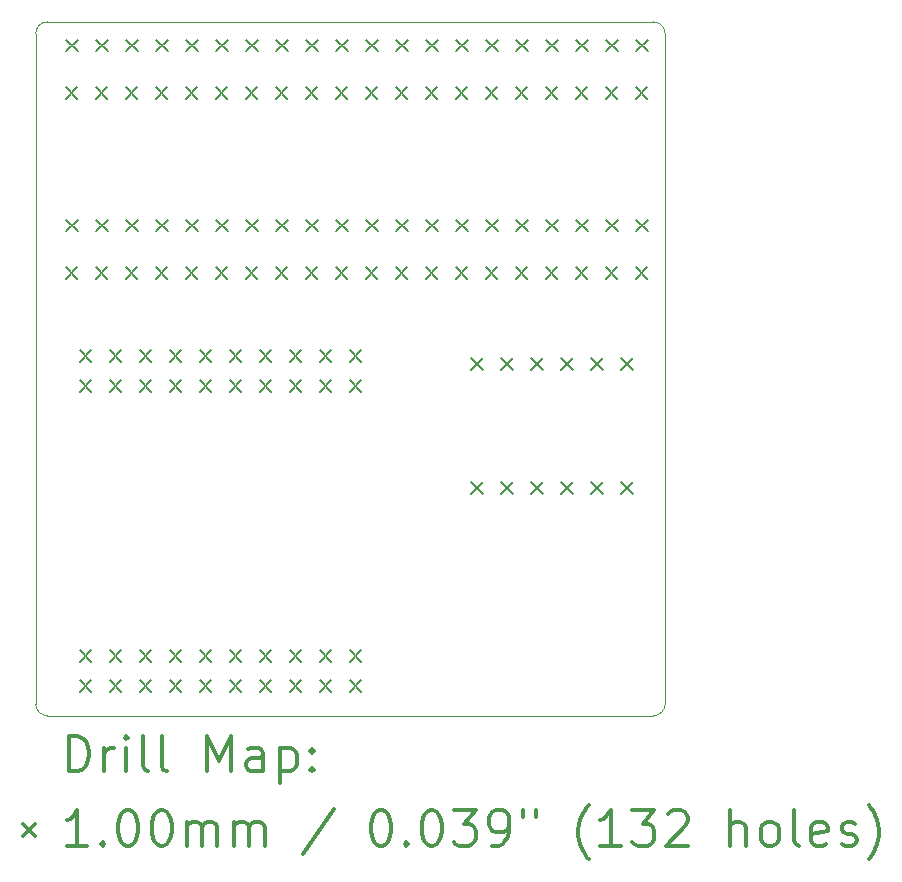
<source format=gbr>
%FSLAX45Y45*%
G04 Gerber Fmt 4.5, Leading zero omitted, Abs format (unit mm)*
G04 Created by KiCad (PCBNEW (5.1.6)-1) date 2021-12-03 11:19:23*
%MOMM*%
%LPD*%
G01*
G04 APERTURE LIST*
%TA.AperFunction,Profile*%
%ADD10C,0.100000*%
%TD*%
%ADD11C,0.200000*%
%ADD12C,0.300000*%
G04 APERTURE END LIST*
D10*
X7320000Y-15305000D02*
G75*
G02*
X7220000Y-15205000I0J100000D01*
G01*
X7220000Y-9530000D02*
X7220000Y-15205000D01*
X7320000Y-15305000D02*
X12450000Y-15305000D01*
X12550000Y-15205000D02*
G75*
G02*
X12450000Y-15305000I-100000J0D01*
G01*
X12550000Y-9530000D02*
X12550000Y-15205000D01*
X12450000Y-9430000D02*
G75*
G02*
X12550000Y-9530000I0J-100000D01*
G01*
X7320000Y-9430000D02*
X12450000Y-9430000D01*
X7220000Y-9530000D02*
G75*
G02*
X7320000Y-9430000I100000J0D01*
G01*
D11*
X7592000Y-12208000D02*
X7692000Y-12308000D01*
X7692000Y-12208000D02*
X7592000Y-12308000D01*
X7592000Y-12462000D02*
X7692000Y-12562000D01*
X7692000Y-12462000D02*
X7592000Y-12562000D01*
X7592000Y-14748000D02*
X7692000Y-14848000D01*
X7692000Y-14748000D02*
X7592000Y-14848000D01*
X7592000Y-15002000D02*
X7692000Y-15102000D01*
X7692000Y-15002000D02*
X7592000Y-15102000D01*
X7846000Y-12208000D02*
X7946000Y-12308000D01*
X7946000Y-12208000D02*
X7846000Y-12308000D01*
X7846000Y-12462000D02*
X7946000Y-12562000D01*
X7946000Y-12462000D02*
X7846000Y-12562000D01*
X7846000Y-14748000D02*
X7946000Y-14848000D01*
X7946000Y-14748000D02*
X7846000Y-14848000D01*
X7846000Y-15002000D02*
X7946000Y-15102000D01*
X7946000Y-15002000D02*
X7846000Y-15102000D01*
X8100000Y-12208000D02*
X8200000Y-12308000D01*
X8200000Y-12208000D02*
X8100000Y-12308000D01*
X8100000Y-12462000D02*
X8200000Y-12562000D01*
X8200000Y-12462000D02*
X8100000Y-12562000D01*
X8100000Y-14748000D02*
X8200000Y-14848000D01*
X8200000Y-14748000D02*
X8100000Y-14848000D01*
X8100000Y-15002000D02*
X8200000Y-15102000D01*
X8200000Y-15002000D02*
X8100000Y-15102000D01*
X8354000Y-12208000D02*
X8454000Y-12308000D01*
X8454000Y-12208000D02*
X8354000Y-12308000D01*
X8354000Y-12462000D02*
X8454000Y-12562000D01*
X8454000Y-12462000D02*
X8354000Y-12562000D01*
X8354000Y-14748000D02*
X8454000Y-14848000D01*
X8454000Y-14748000D02*
X8354000Y-14848000D01*
X8354000Y-15002000D02*
X8454000Y-15102000D01*
X8454000Y-15002000D02*
X8354000Y-15102000D01*
X8608000Y-12208000D02*
X8708000Y-12308000D01*
X8708000Y-12208000D02*
X8608000Y-12308000D01*
X8608000Y-12462000D02*
X8708000Y-12562000D01*
X8708000Y-12462000D02*
X8608000Y-12562000D01*
X8608000Y-14748000D02*
X8708000Y-14848000D01*
X8708000Y-14748000D02*
X8608000Y-14848000D01*
X8608000Y-15002000D02*
X8708000Y-15102000D01*
X8708000Y-15002000D02*
X8608000Y-15102000D01*
X8862000Y-12208000D02*
X8962000Y-12308000D01*
X8962000Y-12208000D02*
X8862000Y-12308000D01*
X8862000Y-12462000D02*
X8962000Y-12562000D01*
X8962000Y-12462000D02*
X8862000Y-12562000D01*
X8862000Y-14748000D02*
X8962000Y-14848000D01*
X8962000Y-14748000D02*
X8862000Y-14848000D01*
X8862000Y-15002000D02*
X8962000Y-15102000D01*
X8962000Y-15002000D02*
X8862000Y-15102000D01*
X9116000Y-12208000D02*
X9216000Y-12308000D01*
X9216000Y-12208000D02*
X9116000Y-12308000D01*
X9116000Y-12462000D02*
X9216000Y-12562000D01*
X9216000Y-12462000D02*
X9116000Y-12562000D01*
X9116000Y-14748000D02*
X9216000Y-14848000D01*
X9216000Y-14748000D02*
X9116000Y-14848000D01*
X9116000Y-15002000D02*
X9216000Y-15102000D01*
X9216000Y-15002000D02*
X9116000Y-15102000D01*
X9370000Y-12208000D02*
X9470000Y-12308000D01*
X9470000Y-12208000D02*
X9370000Y-12308000D01*
X9370000Y-12462000D02*
X9470000Y-12562000D01*
X9470000Y-12462000D02*
X9370000Y-12562000D01*
X9370000Y-14748000D02*
X9470000Y-14848000D01*
X9470000Y-14748000D02*
X9370000Y-14848000D01*
X9370000Y-15002000D02*
X9470000Y-15102000D01*
X9470000Y-15002000D02*
X9370000Y-15102000D01*
X9624000Y-12208000D02*
X9724000Y-12308000D01*
X9724000Y-12208000D02*
X9624000Y-12308000D01*
X9624000Y-12462000D02*
X9724000Y-12562000D01*
X9724000Y-12462000D02*
X9624000Y-12562000D01*
X9624000Y-14748000D02*
X9724000Y-14848000D01*
X9724000Y-14748000D02*
X9624000Y-14848000D01*
X9624000Y-15002000D02*
X9724000Y-15102000D01*
X9724000Y-15002000D02*
X9624000Y-15102000D01*
X9878000Y-12208000D02*
X9978000Y-12308000D01*
X9978000Y-12208000D02*
X9878000Y-12308000D01*
X9878000Y-12462000D02*
X9978000Y-12562000D01*
X9978000Y-12462000D02*
X9878000Y-12562000D01*
X9878000Y-14748000D02*
X9978000Y-14848000D01*
X9978000Y-14748000D02*
X9878000Y-14848000D01*
X9878000Y-15002000D02*
X9978000Y-15102000D01*
X9978000Y-15002000D02*
X9878000Y-15102000D01*
X7474000Y-11505000D02*
X7574000Y-11605000D01*
X7574000Y-11505000D02*
X7474000Y-11605000D01*
X7728000Y-11505000D02*
X7828000Y-11605000D01*
X7828000Y-11505000D02*
X7728000Y-11605000D01*
X7982000Y-11505000D02*
X8082000Y-11605000D01*
X8082000Y-11505000D02*
X7982000Y-11605000D01*
X8236000Y-11505000D02*
X8336000Y-11605000D01*
X8336000Y-11505000D02*
X8236000Y-11605000D01*
X8490000Y-11505000D02*
X8590000Y-11605000D01*
X8590000Y-11505000D02*
X8490000Y-11605000D01*
X8744000Y-11505000D02*
X8844000Y-11605000D01*
X8844000Y-11505000D02*
X8744000Y-11605000D01*
X8998000Y-11505000D02*
X9098000Y-11605000D01*
X9098000Y-11505000D02*
X8998000Y-11605000D01*
X9252000Y-11505000D02*
X9352000Y-11605000D01*
X9352000Y-11505000D02*
X9252000Y-11605000D01*
X9506000Y-11505000D02*
X9606000Y-11605000D01*
X9606000Y-11505000D02*
X9506000Y-11605000D01*
X9760000Y-11505000D02*
X9860000Y-11605000D01*
X9860000Y-11505000D02*
X9760000Y-11605000D01*
X10014000Y-11505000D02*
X10114000Y-11605000D01*
X10114000Y-11505000D02*
X10014000Y-11605000D01*
X10268000Y-11505000D02*
X10368000Y-11605000D01*
X10368000Y-11505000D02*
X10268000Y-11605000D01*
X10522000Y-11505000D02*
X10622000Y-11605000D01*
X10622000Y-11505000D02*
X10522000Y-11605000D01*
X10776000Y-11505000D02*
X10876000Y-11605000D01*
X10876000Y-11505000D02*
X10776000Y-11605000D01*
X11030000Y-11505000D02*
X11130000Y-11605000D01*
X11130000Y-11505000D02*
X11030000Y-11605000D01*
X11284000Y-11505000D02*
X11384000Y-11605000D01*
X11384000Y-11505000D02*
X11284000Y-11605000D01*
X11538000Y-11505000D02*
X11638000Y-11605000D01*
X11638000Y-11505000D02*
X11538000Y-11605000D01*
X11792000Y-11505000D02*
X11892000Y-11605000D01*
X11892000Y-11505000D02*
X11792000Y-11605000D01*
X12046000Y-11505000D02*
X12146000Y-11605000D01*
X12146000Y-11505000D02*
X12046000Y-11605000D01*
X12300000Y-11505000D02*
X12400000Y-11605000D01*
X12400000Y-11505000D02*
X12300000Y-11605000D01*
X7475000Y-9580000D02*
X7575000Y-9680000D01*
X7575000Y-9580000D02*
X7475000Y-9680000D01*
X7475000Y-11104000D02*
X7575000Y-11204000D01*
X7575000Y-11104000D02*
X7475000Y-11204000D01*
X7729000Y-9580000D02*
X7829000Y-9680000D01*
X7829000Y-9580000D02*
X7729000Y-9680000D01*
X7729000Y-11104000D02*
X7829000Y-11204000D01*
X7829000Y-11104000D02*
X7729000Y-11204000D01*
X7983000Y-9580000D02*
X8083000Y-9680000D01*
X8083000Y-9580000D02*
X7983000Y-9680000D01*
X7983000Y-11104000D02*
X8083000Y-11204000D01*
X8083000Y-11104000D02*
X7983000Y-11204000D01*
X8237000Y-9580000D02*
X8337000Y-9680000D01*
X8337000Y-9580000D02*
X8237000Y-9680000D01*
X8237000Y-11104000D02*
X8337000Y-11204000D01*
X8337000Y-11104000D02*
X8237000Y-11204000D01*
X8491000Y-9580000D02*
X8591000Y-9680000D01*
X8591000Y-9580000D02*
X8491000Y-9680000D01*
X8491000Y-11104000D02*
X8591000Y-11204000D01*
X8591000Y-11104000D02*
X8491000Y-11204000D01*
X8745000Y-9580000D02*
X8845000Y-9680000D01*
X8845000Y-9580000D02*
X8745000Y-9680000D01*
X8745000Y-11104000D02*
X8845000Y-11204000D01*
X8845000Y-11104000D02*
X8745000Y-11204000D01*
X8999000Y-9580000D02*
X9099000Y-9680000D01*
X9099000Y-9580000D02*
X8999000Y-9680000D01*
X8999000Y-11104000D02*
X9099000Y-11204000D01*
X9099000Y-11104000D02*
X8999000Y-11204000D01*
X9253000Y-9580000D02*
X9353000Y-9680000D01*
X9353000Y-9580000D02*
X9253000Y-9680000D01*
X9253000Y-11104000D02*
X9353000Y-11204000D01*
X9353000Y-11104000D02*
X9253000Y-11204000D01*
X9507000Y-9580000D02*
X9607000Y-9680000D01*
X9607000Y-9580000D02*
X9507000Y-9680000D01*
X9507000Y-11104000D02*
X9607000Y-11204000D01*
X9607000Y-11104000D02*
X9507000Y-11204000D01*
X9761000Y-9580000D02*
X9861000Y-9680000D01*
X9861000Y-9580000D02*
X9761000Y-9680000D01*
X9761000Y-11104000D02*
X9861000Y-11204000D01*
X9861000Y-11104000D02*
X9761000Y-11204000D01*
X10015000Y-9580000D02*
X10115000Y-9680000D01*
X10115000Y-9580000D02*
X10015000Y-9680000D01*
X10015000Y-11104000D02*
X10115000Y-11204000D01*
X10115000Y-11104000D02*
X10015000Y-11204000D01*
X10269000Y-9580000D02*
X10369000Y-9680000D01*
X10369000Y-9580000D02*
X10269000Y-9680000D01*
X10269000Y-11104000D02*
X10369000Y-11204000D01*
X10369000Y-11104000D02*
X10269000Y-11204000D01*
X10523000Y-9580000D02*
X10623000Y-9680000D01*
X10623000Y-9580000D02*
X10523000Y-9680000D01*
X10523000Y-11104000D02*
X10623000Y-11204000D01*
X10623000Y-11104000D02*
X10523000Y-11204000D01*
X10777000Y-9580000D02*
X10877000Y-9680000D01*
X10877000Y-9580000D02*
X10777000Y-9680000D01*
X10777000Y-11104000D02*
X10877000Y-11204000D01*
X10877000Y-11104000D02*
X10777000Y-11204000D01*
X11031000Y-9580000D02*
X11131000Y-9680000D01*
X11131000Y-9580000D02*
X11031000Y-9680000D01*
X11031000Y-11104000D02*
X11131000Y-11204000D01*
X11131000Y-11104000D02*
X11031000Y-11204000D01*
X11285000Y-9580000D02*
X11385000Y-9680000D01*
X11385000Y-9580000D02*
X11285000Y-9680000D01*
X11285000Y-11104000D02*
X11385000Y-11204000D01*
X11385000Y-11104000D02*
X11285000Y-11204000D01*
X11539000Y-9580000D02*
X11639000Y-9680000D01*
X11639000Y-9580000D02*
X11539000Y-9680000D01*
X11539000Y-11104000D02*
X11639000Y-11204000D01*
X11639000Y-11104000D02*
X11539000Y-11204000D01*
X11793000Y-9580000D02*
X11893000Y-9680000D01*
X11893000Y-9580000D02*
X11793000Y-9680000D01*
X11793000Y-11104000D02*
X11893000Y-11204000D01*
X11893000Y-11104000D02*
X11793000Y-11204000D01*
X12047000Y-9580000D02*
X12147000Y-9680000D01*
X12147000Y-9580000D02*
X12047000Y-9680000D01*
X12047000Y-11104000D02*
X12147000Y-11204000D01*
X12147000Y-11104000D02*
X12047000Y-11204000D01*
X12301000Y-9580000D02*
X12401000Y-9680000D01*
X12401000Y-9580000D02*
X12301000Y-9680000D01*
X12301000Y-11104000D02*
X12401000Y-11204000D01*
X12401000Y-11104000D02*
X12301000Y-11204000D01*
X10910000Y-12275000D02*
X11010000Y-12375000D01*
X11010000Y-12275000D02*
X10910000Y-12375000D01*
X10910000Y-13325000D02*
X11010000Y-13425000D01*
X11010000Y-13325000D02*
X10910000Y-13425000D01*
X11164000Y-12275000D02*
X11264000Y-12375000D01*
X11264000Y-12275000D02*
X11164000Y-12375000D01*
X11164000Y-13325000D02*
X11264000Y-13425000D01*
X11264000Y-13325000D02*
X11164000Y-13425000D01*
X11418000Y-12275000D02*
X11518000Y-12375000D01*
X11518000Y-12275000D02*
X11418000Y-12375000D01*
X11418000Y-13325000D02*
X11518000Y-13425000D01*
X11518000Y-13325000D02*
X11418000Y-13425000D01*
X11672000Y-12275000D02*
X11772000Y-12375000D01*
X11772000Y-12275000D02*
X11672000Y-12375000D01*
X11672000Y-13325000D02*
X11772000Y-13425000D01*
X11772000Y-13325000D02*
X11672000Y-13425000D01*
X11926000Y-12275000D02*
X12026000Y-12375000D01*
X12026000Y-12275000D02*
X11926000Y-12375000D01*
X11926000Y-13325000D02*
X12026000Y-13425000D01*
X12026000Y-13325000D02*
X11926000Y-13425000D01*
X12180000Y-12275000D02*
X12280000Y-12375000D01*
X12280000Y-12275000D02*
X12180000Y-12375000D01*
X12180000Y-13325000D02*
X12280000Y-13425000D01*
X12280000Y-13325000D02*
X12180000Y-13425000D01*
X7474000Y-9980000D02*
X7574000Y-10080000D01*
X7574000Y-9980000D02*
X7474000Y-10080000D01*
X7728000Y-9980000D02*
X7828000Y-10080000D01*
X7828000Y-9980000D02*
X7728000Y-10080000D01*
X7982000Y-9980000D02*
X8082000Y-10080000D01*
X8082000Y-9980000D02*
X7982000Y-10080000D01*
X8236000Y-9980000D02*
X8336000Y-10080000D01*
X8336000Y-9980000D02*
X8236000Y-10080000D01*
X8490000Y-9980000D02*
X8590000Y-10080000D01*
X8590000Y-9980000D02*
X8490000Y-10080000D01*
X8744000Y-9980000D02*
X8844000Y-10080000D01*
X8844000Y-9980000D02*
X8744000Y-10080000D01*
X8998000Y-9980000D02*
X9098000Y-10080000D01*
X9098000Y-9980000D02*
X8998000Y-10080000D01*
X9252000Y-9980000D02*
X9352000Y-10080000D01*
X9352000Y-9980000D02*
X9252000Y-10080000D01*
X9506000Y-9980000D02*
X9606000Y-10080000D01*
X9606000Y-9980000D02*
X9506000Y-10080000D01*
X9760000Y-9980000D02*
X9860000Y-10080000D01*
X9860000Y-9980000D02*
X9760000Y-10080000D01*
X10014000Y-9980000D02*
X10114000Y-10080000D01*
X10114000Y-9980000D02*
X10014000Y-10080000D01*
X10268000Y-9980000D02*
X10368000Y-10080000D01*
X10368000Y-9980000D02*
X10268000Y-10080000D01*
X10522000Y-9980000D02*
X10622000Y-10080000D01*
X10622000Y-9980000D02*
X10522000Y-10080000D01*
X10776000Y-9980000D02*
X10876000Y-10080000D01*
X10876000Y-9980000D02*
X10776000Y-10080000D01*
X11030000Y-9980000D02*
X11130000Y-10080000D01*
X11130000Y-9980000D02*
X11030000Y-10080000D01*
X11284000Y-9980000D02*
X11384000Y-10080000D01*
X11384000Y-9980000D02*
X11284000Y-10080000D01*
X11538000Y-9980000D02*
X11638000Y-10080000D01*
X11638000Y-9980000D02*
X11538000Y-10080000D01*
X11792000Y-9980000D02*
X11892000Y-10080000D01*
X11892000Y-9980000D02*
X11792000Y-10080000D01*
X12046000Y-9980000D02*
X12146000Y-10080000D01*
X12146000Y-9980000D02*
X12046000Y-10080000D01*
X12300000Y-9980000D02*
X12400000Y-10080000D01*
X12400000Y-9980000D02*
X12300000Y-10080000D01*
D12*
X7501428Y-15775714D02*
X7501428Y-15475714D01*
X7572857Y-15475714D01*
X7615714Y-15490000D01*
X7644286Y-15518571D01*
X7658571Y-15547143D01*
X7672857Y-15604286D01*
X7672857Y-15647143D01*
X7658571Y-15704286D01*
X7644286Y-15732857D01*
X7615714Y-15761429D01*
X7572857Y-15775714D01*
X7501428Y-15775714D01*
X7801428Y-15775714D02*
X7801428Y-15575714D01*
X7801428Y-15632857D02*
X7815714Y-15604286D01*
X7830000Y-15590000D01*
X7858571Y-15575714D01*
X7887143Y-15575714D01*
X7987143Y-15775714D02*
X7987143Y-15575714D01*
X7987143Y-15475714D02*
X7972857Y-15490000D01*
X7987143Y-15504286D01*
X8001428Y-15490000D01*
X7987143Y-15475714D01*
X7987143Y-15504286D01*
X8172857Y-15775714D02*
X8144286Y-15761429D01*
X8130000Y-15732857D01*
X8130000Y-15475714D01*
X8330000Y-15775714D02*
X8301428Y-15761429D01*
X8287143Y-15732857D01*
X8287143Y-15475714D01*
X8672857Y-15775714D02*
X8672857Y-15475714D01*
X8772857Y-15690000D01*
X8872857Y-15475714D01*
X8872857Y-15775714D01*
X9144286Y-15775714D02*
X9144286Y-15618571D01*
X9130000Y-15590000D01*
X9101428Y-15575714D01*
X9044286Y-15575714D01*
X9015714Y-15590000D01*
X9144286Y-15761429D02*
X9115714Y-15775714D01*
X9044286Y-15775714D01*
X9015714Y-15761429D01*
X9001428Y-15732857D01*
X9001428Y-15704286D01*
X9015714Y-15675714D01*
X9044286Y-15661429D01*
X9115714Y-15661429D01*
X9144286Y-15647143D01*
X9287143Y-15575714D02*
X9287143Y-15875714D01*
X9287143Y-15590000D02*
X9315714Y-15575714D01*
X9372857Y-15575714D01*
X9401428Y-15590000D01*
X9415714Y-15604286D01*
X9430000Y-15632857D01*
X9430000Y-15718571D01*
X9415714Y-15747143D01*
X9401428Y-15761429D01*
X9372857Y-15775714D01*
X9315714Y-15775714D01*
X9287143Y-15761429D01*
X9558571Y-15747143D02*
X9572857Y-15761429D01*
X9558571Y-15775714D01*
X9544286Y-15761429D01*
X9558571Y-15747143D01*
X9558571Y-15775714D01*
X9558571Y-15590000D02*
X9572857Y-15604286D01*
X9558571Y-15618571D01*
X9544286Y-15604286D01*
X9558571Y-15590000D01*
X9558571Y-15618571D01*
X7115000Y-16220000D02*
X7215000Y-16320000D01*
X7215000Y-16220000D02*
X7115000Y-16320000D01*
X7658571Y-16405714D02*
X7487143Y-16405714D01*
X7572857Y-16405714D02*
X7572857Y-16105714D01*
X7544286Y-16148571D01*
X7515714Y-16177143D01*
X7487143Y-16191429D01*
X7787143Y-16377143D02*
X7801428Y-16391429D01*
X7787143Y-16405714D01*
X7772857Y-16391429D01*
X7787143Y-16377143D01*
X7787143Y-16405714D01*
X7987143Y-16105714D02*
X8015714Y-16105714D01*
X8044286Y-16120000D01*
X8058571Y-16134286D01*
X8072857Y-16162857D01*
X8087143Y-16220000D01*
X8087143Y-16291429D01*
X8072857Y-16348571D01*
X8058571Y-16377143D01*
X8044286Y-16391429D01*
X8015714Y-16405714D01*
X7987143Y-16405714D01*
X7958571Y-16391429D01*
X7944286Y-16377143D01*
X7930000Y-16348571D01*
X7915714Y-16291429D01*
X7915714Y-16220000D01*
X7930000Y-16162857D01*
X7944286Y-16134286D01*
X7958571Y-16120000D01*
X7987143Y-16105714D01*
X8272857Y-16105714D02*
X8301428Y-16105714D01*
X8330000Y-16120000D01*
X8344286Y-16134286D01*
X8358571Y-16162857D01*
X8372857Y-16220000D01*
X8372857Y-16291429D01*
X8358571Y-16348571D01*
X8344286Y-16377143D01*
X8330000Y-16391429D01*
X8301428Y-16405714D01*
X8272857Y-16405714D01*
X8244286Y-16391429D01*
X8230000Y-16377143D01*
X8215714Y-16348571D01*
X8201428Y-16291429D01*
X8201428Y-16220000D01*
X8215714Y-16162857D01*
X8230000Y-16134286D01*
X8244286Y-16120000D01*
X8272857Y-16105714D01*
X8501428Y-16405714D02*
X8501428Y-16205714D01*
X8501428Y-16234286D02*
X8515714Y-16220000D01*
X8544286Y-16205714D01*
X8587143Y-16205714D01*
X8615714Y-16220000D01*
X8630000Y-16248571D01*
X8630000Y-16405714D01*
X8630000Y-16248571D02*
X8644286Y-16220000D01*
X8672857Y-16205714D01*
X8715714Y-16205714D01*
X8744286Y-16220000D01*
X8758571Y-16248571D01*
X8758571Y-16405714D01*
X8901428Y-16405714D02*
X8901428Y-16205714D01*
X8901428Y-16234286D02*
X8915714Y-16220000D01*
X8944286Y-16205714D01*
X8987143Y-16205714D01*
X9015714Y-16220000D01*
X9030000Y-16248571D01*
X9030000Y-16405714D01*
X9030000Y-16248571D02*
X9044286Y-16220000D01*
X9072857Y-16205714D01*
X9115714Y-16205714D01*
X9144286Y-16220000D01*
X9158571Y-16248571D01*
X9158571Y-16405714D01*
X9744286Y-16091429D02*
X9487143Y-16477143D01*
X10130000Y-16105714D02*
X10158571Y-16105714D01*
X10187143Y-16120000D01*
X10201428Y-16134286D01*
X10215714Y-16162857D01*
X10230000Y-16220000D01*
X10230000Y-16291429D01*
X10215714Y-16348571D01*
X10201428Y-16377143D01*
X10187143Y-16391429D01*
X10158571Y-16405714D01*
X10130000Y-16405714D01*
X10101428Y-16391429D01*
X10087143Y-16377143D01*
X10072857Y-16348571D01*
X10058571Y-16291429D01*
X10058571Y-16220000D01*
X10072857Y-16162857D01*
X10087143Y-16134286D01*
X10101428Y-16120000D01*
X10130000Y-16105714D01*
X10358571Y-16377143D02*
X10372857Y-16391429D01*
X10358571Y-16405714D01*
X10344286Y-16391429D01*
X10358571Y-16377143D01*
X10358571Y-16405714D01*
X10558571Y-16105714D02*
X10587143Y-16105714D01*
X10615714Y-16120000D01*
X10630000Y-16134286D01*
X10644286Y-16162857D01*
X10658571Y-16220000D01*
X10658571Y-16291429D01*
X10644286Y-16348571D01*
X10630000Y-16377143D01*
X10615714Y-16391429D01*
X10587143Y-16405714D01*
X10558571Y-16405714D01*
X10530000Y-16391429D01*
X10515714Y-16377143D01*
X10501428Y-16348571D01*
X10487143Y-16291429D01*
X10487143Y-16220000D01*
X10501428Y-16162857D01*
X10515714Y-16134286D01*
X10530000Y-16120000D01*
X10558571Y-16105714D01*
X10758571Y-16105714D02*
X10944286Y-16105714D01*
X10844286Y-16220000D01*
X10887143Y-16220000D01*
X10915714Y-16234286D01*
X10930000Y-16248571D01*
X10944286Y-16277143D01*
X10944286Y-16348571D01*
X10930000Y-16377143D01*
X10915714Y-16391429D01*
X10887143Y-16405714D01*
X10801428Y-16405714D01*
X10772857Y-16391429D01*
X10758571Y-16377143D01*
X11087143Y-16405714D02*
X11144286Y-16405714D01*
X11172857Y-16391429D01*
X11187143Y-16377143D01*
X11215714Y-16334286D01*
X11230000Y-16277143D01*
X11230000Y-16162857D01*
X11215714Y-16134286D01*
X11201428Y-16120000D01*
X11172857Y-16105714D01*
X11115714Y-16105714D01*
X11087143Y-16120000D01*
X11072857Y-16134286D01*
X11058571Y-16162857D01*
X11058571Y-16234286D01*
X11072857Y-16262857D01*
X11087143Y-16277143D01*
X11115714Y-16291429D01*
X11172857Y-16291429D01*
X11201428Y-16277143D01*
X11215714Y-16262857D01*
X11230000Y-16234286D01*
X11344286Y-16105714D02*
X11344286Y-16162857D01*
X11458571Y-16105714D02*
X11458571Y-16162857D01*
X11901428Y-16520000D02*
X11887143Y-16505714D01*
X11858571Y-16462857D01*
X11844286Y-16434286D01*
X11830000Y-16391429D01*
X11815714Y-16320000D01*
X11815714Y-16262857D01*
X11830000Y-16191429D01*
X11844286Y-16148571D01*
X11858571Y-16120000D01*
X11887143Y-16077143D01*
X11901428Y-16062857D01*
X12172857Y-16405714D02*
X12001428Y-16405714D01*
X12087143Y-16405714D02*
X12087143Y-16105714D01*
X12058571Y-16148571D01*
X12030000Y-16177143D01*
X12001428Y-16191429D01*
X12272857Y-16105714D02*
X12458571Y-16105714D01*
X12358571Y-16220000D01*
X12401428Y-16220000D01*
X12430000Y-16234286D01*
X12444286Y-16248571D01*
X12458571Y-16277143D01*
X12458571Y-16348571D01*
X12444286Y-16377143D01*
X12430000Y-16391429D01*
X12401428Y-16405714D01*
X12315714Y-16405714D01*
X12287143Y-16391429D01*
X12272857Y-16377143D01*
X12572857Y-16134286D02*
X12587143Y-16120000D01*
X12615714Y-16105714D01*
X12687143Y-16105714D01*
X12715714Y-16120000D01*
X12730000Y-16134286D01*
X12744286Y-16162857D01*
X12744286Y-16191429D01*
X12730000Y-16234286D01*
X12558571Y-16405714D01*
X12744286Y-16405714D01*
X13101428Y-16405714D02*
X13101428Y-16105714D01*
X13230000Y-16405714D02*
X13230000Y-16248571D01*
X13215714Y-16220000D01*
X13187143Y-16205714D01*
X13144286Y-16205714D01*
X13115714Y-16220000D01*
X13101428Y-16234286D01*
X13415714Y-16405714D02*
X13387143Y-16391429D01*
X13372857Y-16377143D01*
X13358571Y-16348571D01*
X13358571Y-16262857D01*
X13372857Y-16234286D01*
X13387143Y-16220000D01*
X13415714Y-16205714D01*
X13458571Y-16205714D01*
X13487143Y-16220000D01*
X13501428Y-16234286D01*
X13515714Y-16262857D01*
X13515714Y-16348571D01*
X13501428Y-16377143D01*
X13487143Y-16391429D01*
X13458571Y-16405714D01*
X13415714Y-16405714D01*
X13687143Y-16405714D02*
X13658571Y-16391429D01*
X13644286Y-16362857D01*
X13644286Y-16105714D01*
X13915714Y-16391429D02*
X13887143Y-16405714D01*
X13830000Y-16405714D01*
X13801428Y-16391429D01*
X13787143Y-16362857D01*
X13787143Y-16248571D01*
X13801428Y-16220000D01*
X13830000Y-16205714D01*
X13887143Y-16205714D01*
X13915714Y-16220000D01*
X13930000Y-16248571D01*
X13930000Y-16277143D01*
X13787143Y-16305714D01*
X14044286Y-16391429D02*
X14072857Y-16405714D01*
X14130000Y-16405714D01*
X14158571Y-16391429D01*
X14172857Y-16362857D01*
X14172857Y-16348571D01*
X14158571Y-16320000D01*
X14130000Y-16305714D01*
X14087143Y-16305714D01*
X14058571Y-16291429D01*
X14044286Y-16262857D01*
X14044286Y-16248571D01*
X14058571Y-16220000D01*
X14087143Y-16205714D01*
X14130000Y-16205714D01*
X14158571Y-16220000D01*
X14272857Y-16520000D02*
X14287143Y-16505714D01*
X14315714Y-16462857D01*
X14330000Y-16434286D01*
X14344286Y-16391429D01*
X14358571Y-16320000D01*
X14358571Y-16262857D01*
X14344286Y-16191429D01*
X14330000Y-16148571D01*
X14315714Y-16120000D01*
X14287143Y-16077143D01*
X14272857Y-16062857D01*
M02*

</source>
